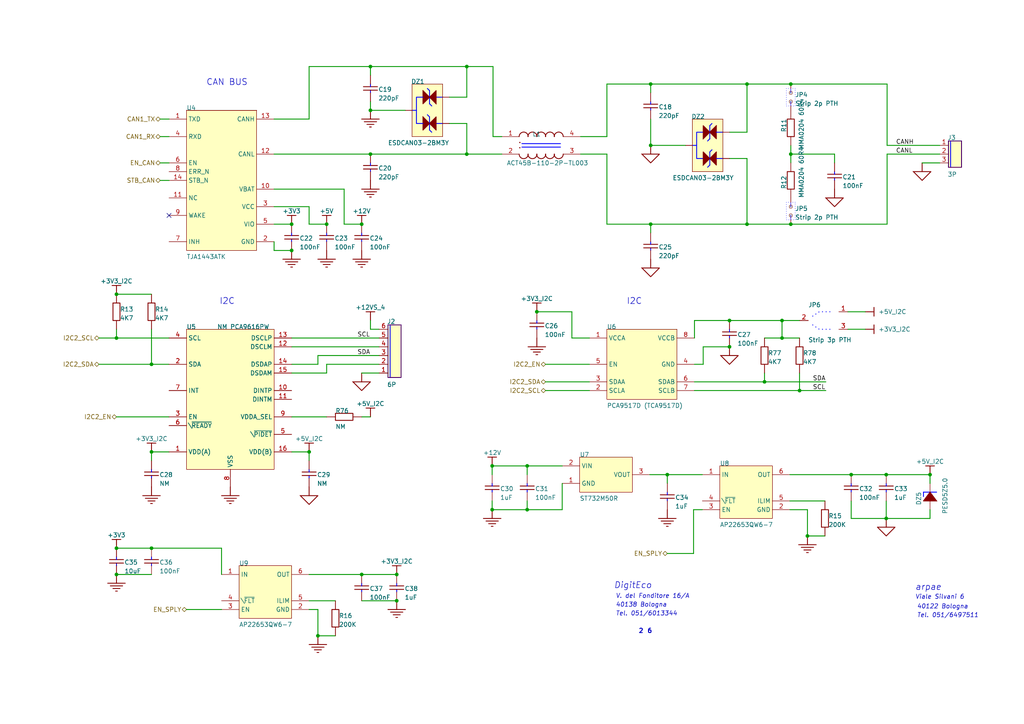
<source format=kicad_sch>
(kicad_sch (version 20230121) (generator eeschema)
  (paper "A4")
  (title_block (title "Stima V4-Slave") (rev "1.1"))
  (lib_symbols
    (symbol "Stima V4 Slave Rev1_1-altium-import:+12V" (power)
      (property "Reference" "#PWR" (at 0 0 0))
      (property "Value" "+12V" (at 0 3.81 0))
      (symbol "+12V_0_0"
        (pin power_in line (at 0 0 0) (length 0) hide (name "+12V") (number ""))
      )
    )
    (symbol "Stima V4 Slave Rev1_1-altium-import:+12VS_4" (power)
      (property "Reference" "#PWR" (at 0 0 0))
      (property "Value" "+12VS_4" (at 0 3.81 0))
      (symbol "+12VS_4_0_0"
        (pin power_in line (at 0 0 0) (length 0) hide (name "+12VS_4") (number ""))
      )
    )
    (symbol "Stima V4 Slave Rev1_1-altium-import:+3V3" (power)
      (property "Reference" "#PWR" (at 0 0 0))
      (property "Value" "+3V3" (at 0 3.81 0))
      (symbol "+3V3_0_0"
        (pin power_in line (at 0 0 0) (length 0) hide (name "+3V3") (number ""))
      )
    )
    (symbol "Stima V4 Slave Rev1_1-altium-import:+3V3_I2C" (power)
      (property "Reference" "#PWR" (at 0 0 0))
      (property "Value" "+3V3_I2C" (at 0 3.81 0))
      (symbol "+3V3_I2C_0_0"
        (pin power_in line (at 0 0 0) (length 0) hide (name "+3V3_I2C") (number ""))
      )
    )
    (symbol "Stima V4 Slave Rev1_1-altium-import:+5V" (power)
      (property "Reference" "#PWR" (at 0 0 0))
      (property "Value" "+5V" (at 0 3.81 0))
      (symbol "+5V_0_0"
        (pin power_in line (at 0 0 0) (length 0) hide (name "+5V") (number ""))
      )
    )
    (symbol "Stima V4 Slave Rev1_1-altium-import:+5V_I2C" (power)
      (property "Reference" "#PWR" (at 0 0 0))
      (property "Value" "+5V_I2C" (at 0 3.81 0))
      (symbol "+5V_I2C_0_0"
        (pin power_in line (at 0 0 0) (length 0) hide (name "+5V_I2C") (number ""))
      )
    )
    (symbol "Stima V4 Slave Rev1_1-altium-import:EGND" (power)
      (property "Reference" "#PWR" (at 0 0 0))
      (property "Value" "EGND" (at 0 6.35 0))
      (symbol "EGND_0_0"
        (pin power_in line (at 0 0 0) (length 0) hide (name "EGND") (number ""))
      )
    )
    (symbol "Stima V4 Slave Rev1_1-altium-import:GND" (power)
      (property "Reference" "#PWR" (at 0 0 0))
      (property "Value" "GND" (at 0 6.35 0))
      (symbol "GND_0_0"
        (pin power_in line (at 0 0 0) (length 0) hide (name "GND") (number ""))
      )
    )
    (symbol "Stima V4 Slave Rev1_1-altium-import:root_0_ACT45B TDK"
      (symbol "root_0_ACT45B TDK_1_0"
        (text "." (at 5.588 -3.81 900) (effects (font (size 2.032 2.032)) (justify left bottom)))
        (text "." (at 5.588 -2.286 900) (effects (font (size 2.032 2.032)) (justify left bottom)))
        (pin passive line (at 0 0 0) (length 5.08) (name "1") (number "1"))
        (pin passive line (at 0 -5.08 0) (length 5.08) (name "2") (number "2"))
        (pin passive line (at 22.86 -5.08 180) (length 5.08) (name "3") (number "3"))
        (pin passive line (at 22.86 0 180) (length 5.08) (name "4") (number "4"))
      )
    )
    (symbol "Stima V4 Slave Rev1_1-altium-import:root_0_AP22653Q"
      (symbol "root_0_AP22653Q_1_0"
        (pin passive line (at -5.08 -2.54 0) (length 5.08) (name "IN") (number "1"))
        (pin power_in line (at 20.32 -12.7 180) (length 5.08) (name "GND") (number "2"))
        (pin passive line (at -5.08 -12.7 0) (length 5.08) (name "EN") (number "3"))
        (pin passive line (at -5.08 -10.16 0) (length 5.08) (name "\\~{FLT}") (number "4"))
        (pin passive line (at 20.32 -10.16 180) (length 5.08) (name "ILIM") (number "5"))
        (pin passive line (at 20.32 -2.54 180) (length 5.08) (name "OUT") (number "6"))
      )
    )
    (symbol "Stima V4 Slave Rev1_1-altium-import:root_0_C0603"
      (symbol "root_0_C0603_1_0"
        (pin passive line (at 0 2.54 270) (length 2.54) (name "1") (number "1"))
        (pin passive line (at 0 -5.08 90) (length 2.54) (name "2") (number "2"))
      )
    )
    (symbol "Stima V4 Slave Rev1_1-altium-import:root_0_JUMP1"
      (symbol "root_0_JUMP1_1_0"
        (pin passive line (at 1.27 1.27 270) (length 1.27) (name "") (number "1"))
        (pin passive line (at 1.27 -6.35 90) (length 1.27) (name "") (number "2"))
      )
    )
    (symbol "Stima V4 Slave Rev1_1-altium-import:root_0_Mors 3p px"
      (symbol "root_0_Mors 3p px_1_0"
        (pin passive line (at -2.54 -1.27 0) (length 2.54) (name "1") (number "1"))
        (pin passive line (at -2.54 -3.81 0) (length 2.54) (name "2") (number "2"))
        (pin passive line (at -2.54 -6.35 0) (length 2.54) (name "3") (number "3"))
      )
    )
    (symbol "Stima V4 Slave Rev1_1-altium-import:root_0_PCA9517"
      (symbol "root_0_PCA9517_1_0"
        (pin power_in line (at -5.08 -2.54 0) (length 5.08) (name "VCCA") (number "1"))
        (pin passive line (at -5.08 -17.78 0) (length 5.08) (name "SCLA") (number "2"))
        (pin passive line (at -5.08 -15.24 0) (length 5.08) (name "SDAA") (number "3"))
        (pin power_in line (at 25.4 -10.16 180) (length 5.08) (name "GND") (number "4"))
        (pin passive line (at -5.08 -10.16 0) (length 5.08) (name "EN") (number "5"))
        (pin passive line (at 25.4 -15.24 180) (length 5.08) (name "SDAB") (number "6"))
        (pin passive line (at 25.4 -17.78 180) (length 5.08) (name "SCLB") (number "7"))
        (pin power_in line (at 25.4 -2.54 180) (length 5.08) (name "VCCB") (number "8"))
      )
    )
    (symbol "Stima V4 Slave Rev1_1-altium-import:root_0_PCA9616PW"
      (symbol "root_0_PCA9616PW_1_0"
        (pin power_in line (at -5.08 -35.56 0) (length 5.08) (name "VDD(A)") (number "1"))
        (pin passive line (at 30.48 -17.78 180) (length 5.08) (name "DINTP") (number "10"))
        (pin passive line (at 30.48 -20.32 180) (length 5.08) (name "DINTM") (number "11"))
        (pin passive line (at 30.48 -5.08 180) (length 5.08) (name "DSCLM") (number "12"))
        (pin passive line (at 30.48 -2.54 180) (length 5.08) (name "DSCLP") (number "13"))
        (pin passive line (at 30.48 -10.16 180) (length 5.08) (name "DSDAP") (number "14"))
        (pin passive line (at 30.48 -12.7 180) (length 5.08) (name "DSDAM") (number "15"))
        (pin power_in line (at 30.48 -35.56 180) (length 5.08) (name "VDD(B)") (number "16"))
        (pin passive line (at -5.08 -10.16 0) (length 5.08) (name "SDA") (number "2"))
        (pin input line (at -5.08 -25.4 0) (length 5.08) (name "EN") (number "3"))
        (pin passive line (at -5.08 -2.54 0) (length 5.08) (name "SCL") (number "4"))
        (pin passive line (at 30.48 -30.48 180) (length 5.08) (name "\\~{PIDET}") (number "5"))
        (pin passive line (at -5.08 -27.94 0) (length 5.08) (name "\\~{READY}") (number "6"))
        (pin passive line (at -5.08 -17.78 0) (length 5.08) (name "INT") (number "7"))
        (pin power_in line (at 12.7 -45.72 90) (length 5.08) (name "VSS") (number "8"))
        (pin passive line (at 30.48 -25.4 180) (length 5.08) (name "VDDA_SEL") (number "9"))
      )
    )
    (symbol "Stima V4 Slave Rev1_1-altium-import:root_0_ST732M"
      (symbol "root_0_ST732M_1_0"
        (pin power_in line (at -5.08 -7.62 0) (length 5.08) (name "GND") (number "1"))
        (pin passive line (at -5.08 -2.54 0) (length 5.08) (name "VIN") (number "2"))
        (pin passive line (at 20.32 -5.08 180) (length 5.08) (name "VOUT") (number "3"))
      )
    )
    (symbol "Stima V4 Slave Rev1_1-altium-import:root_0_TJA1443A"
      (symbol "root_0_TJA1443A_1_0"
        (pin passive line (at -5.08 -2.54 0) (length 5.08) (name "TXD") (number "1"))
        (pin power_in line (at 25.4 -22.86 180) (length 5.08) (name "VBAT") (number "10"))
        (pin passive line (at -5.08 -25.4 0) (length 5.08) (name "NC") (number "11"))
        (pin passive line (at 25.4 -12.7 180) (length 5.08) (name "CANL") (number "12"))
        (pin passive line (at 25.4 -2.54 180) (length 5.08) (name "CANH") (number "13"))
        (pin input line (at -5.08 -20.32 0) (length 5.08) (name "STB_N") (number "14"))
        (pin power_in line (at 25.4 -38.1 180) (length 5.08) (name "GND") (number "2"))
        (pin power_in line (at 25.4 -27.94 180) (length 5.08) (name "VCC") (number "3"))
        (pin passive line (at -5.08 -7.62 0) (length 5.08) (name "RXD") (number "4"))
        (pin power_in line (at 25.4 -33.02 180) (length 5.08) (name "VIO") (number "5"))
        (pin input line (at -5.08 -15.24 0) (length 5.08) (name "EN") (number "6"))
        (pin passive line (at -5.08 -38.1 0) (length 5.08) (name "INH") (number "7"))
        (pin output line (at -5.08 -17.78 0) (length 5.08) (name "ERR_N") (number "8"))
        (pin passive line (at -5.08 -30.48 0) (length 5.08) (name "WAKE") (number "9"))
      )
    )
    (symbol "Stima V4 Slave Rev1_1-altium-import:root_0_Transil SMD PESD5"
      (symbol "root_0_Transil SMD PESD5_1_0"
        (pin passive line (at 0 2.54 270) (length 2.54) (name "K") (number "1"))
        (pin passive line (at 0 -5.08 90) (length 2.54) (name "A") (number "2"))
      )
    )
    (symbol "Stima V4 Slave Rev1_1-altium-import:root_0_mirrored_JUMP3S"
      (symbol "root_0_mirrored_JUMP3S_1_0"
        (pin passive line (at 3.81 0 180) (length 2.54) (name "1") (number "1"))
        (pin passive line (at -10.16 -2.54 0) (length 2.54) (name "2") (number "2"))
        (pin passive line (at 3.81 -5.08 180) (length 2.54) (name "3") (number "3"))
      )
    )
    (symbol "Stima V4 Slave Rev1_1-altium-import:root_1_Res 0603"
      (symbol "root_1_Res 0603_1_0"
        (pin passive line (at 2.54 -2.54 90) (length 2.54) (name "1") (number "1"))
        (pin passive line (at 2.54 7.62 270) (length 2.54) (name "2") (number "2"))
      )
    )
    (symbol "Stima V4 Slave Rev1_1-altium-import:root_1_Res Melf"
      (symbol "root_1_Res Melf_1_0"
        (pin passive line (at 2.54 -2.54 90) (length 2.54) (name "1") (number "1"))
        (pin passive line (at 2.54 7.62 270) (length 2.54) (name "2") (number "2"))
      )
    )
    (symbol "Stima V4 Slave Rev1_1-altium-import:root_1_mirrored_Transil bidirez doppio ESDCAN"
      (symbol "root_1_mirrored_Transil bidirez doppio ESDCAN_1_0"
        (pin passive line (at 5.08 0 180) (length 1.905) (name "A/K") (number "1"))
        (pin passive line (at 5.08 7.62 180) (length 1.905) (name "A/K") (number "2"))
        (pin passive line (at -7.62 3.81 0) (length 1.905) (name "A/K") (number "3"))
      )
    )
    (symbol "Stima V4 Slave Rev1_1-altium-import:root_2_C0603"
      (symbol "root_2_C0603_1_0"
        (pin passive line (at 0 -2.54 90) (length 2.54) (name "1") (number "1"))
        (pin passive line (at 0 5.08 270) (length 2.54) (name "2") (number "2"))
      )
    )
    (symbol "Stima V4 Slave Rev1_1-altium-import:root_2_Res 0603"
      (symbol "root_2_Res 0603_1_0"
        (pin passive line (at 2.54 2.54 180) (length 2.54) (name "1") (number "1"))
        (pin passive line (at -7.62 2.54 0) (length 2.54) (name "2") (number "2"))
      )
    )
    (symbol "Stima V4 Slave Rev1_1-altium-import:root_2_mirrored_Mors 6p px"
      (symbol "root_2_mirrored_Mors 6p px_1_0"
        (pin passive line (at -2.54 1.27 0) (length 2.54) (name "1") (number "1"))
        (pin passive line (at -2.54 3.81 0) (length 2.54) (name "2") (number "2"))
        (pin passive line (at -2.54 6.35 0) (length 2.54) (name "3") (number "3"))
        (pin passive line (at -2.54 8.89 0) (length 2.54) (name "4") (number "4"))
        (pin passive line (at -2.54 11.43 0) (length 2.54) (name "5") (number "5"))
        (pin passive line (at -2.54 13.97 0) (length 2.54) (name "6") (number "6"))
      )
    )
    (symbol "Stima V4 Slave Rev1_1-altium-import:root_3_Res 0603"
      (symbol "root_3_Res 0603_1_0"
        (pin passive line (at -2.54 2.54 270) (length 2.54) (name "1") (number "1"))
        (pin passive line (at -2.54 -7.62 90) (length 2.54) (name "2") (number "2"))
      )
    )
    (symbol "Stima V4 Slave Rev1_1-altium-import:root_3_Transil bidirez doppio ESDCAN"
      (symbol "root_3_Transil bidirez doppio ESDCAN_1_0"
        (pin passive line (at 5.08 0 180) (length 1.905) (name "A/K") (number "1"))
        (pin passive line (at 5.08 -7.62 180) (length 1.905) (name "A/K") (number "2"))
        (pin passive line (at -7.62 -3.81 0) (length 1.905) (name "A/K") (number "3"))
      )
    )
  )
  (junction (at 226.822 92.964))
  (junction (at 43.942 159.004))
  (junction (at 231.902 113.284))
  (junction (at 84.582 65.024))
  (junction (at 246.888 137.668))
  (junction (at 216.662 24.384))
  (junction (at 104.902 166.624))
  (junction (at 216.662 65.024))
  (junction (at 89.662 131.064))
  (junction (at 193.548 137.668))
  (junction (at 84.582 72.644))
  (junction (at 152.908 147.828))
  (junction (at 33.782 159.004))
  (junction (at 92.202 184.404))
  (junction (at 155.702 90.424))
  (junction (at 94.742 65.024))
  (junction (at 33.782 166.624))
  (junction (at 211.582 92.964))
  (junction (at 135.382 19.304))
  (junction (at 104.902 65.024))
  (junction (at 188.722 24.384))
  (junction (at 142.748 135.128))
  (junction (at 33.782 85.344))
  (junction (at 229.362 65.024))
  (junction (at 107.442 19.304))
  (junction (at 135.382 44.704))
  (junction (at 142.748 147.828))
  (junction (at 211.582 100.584))
  (junction (at 226.822 98.044))
  (junction (at 229.362 24.384))
  (junction (at 188.722 42.164))
  (junction (at 43.942 105.664))
  (junction (at 234.188 155.448))
  (junction (at 107.442 32.004))
  (junction (at 188.722 65.024))
  (junction (at 221.742 110.744))
  (junction (at 115.062 174.244))
  (junction (at 257.048 150.368))
  (junction (at 43.942 131.064))
  (junction (at 257.048 137.668))
  (junction (at 152.908 135.128))
  (junction (at 115.062 166.624))
  (junction (at 107.442 44.704))
  (junction (at 33.782 98.044))
  (junction (at 269.748 137.668))
  (junction (at 229.362 44.704))
  (no_connect (at 49.022 62.484))
  (wire (pts (xy 229.362 24.384) (xy 257.302 24.384)) (stroke (width 0.254)))
  (wire (pts (xy 229.362 65.024) (xy 257.302 65.024)) (stroke (width 0.254)))
  (wire (pts (xy 135.382 28.194) (xy 135.382 19.304)) (stroke (width 0.254)))
  (wire (pts (xy 170.942 98.044) (xy 165.862 98.044)) (stroke (width 0.254)))
  (wire (pts (xy 226.822 92.964) (xy 231.902 92.964)) (stroke (width 0.254)))
  (wire (pts (xy 107.442 44.704) (xy 135.382 44.704)) (stroke (width 0.254)))
  (wire (pts (xy 92.202 176.784) (xy 89.662 176.784)) (stroke (width 0.254)))
  (wire (pts (xy 250.952 95.504) (xy 245.872 95.504)) (stroke (width 0.254)))
  (wire (pts (xy 84.582 120.904) (xy 94.742 120.904)) (stroke (width 0.254)))
  (wire (pts (xy 242.062 44.704) (xy 242.062 47.244)) (stroke (width 0.254)))
  (wire (pts (xy 79.502 70.104) (xy 79.502 72.644)) (stroke (width 0.254)))
  (wire (pts (xy 229.362 47.244) (xy 229.362 44.704)) (stroke (width 0.254)))
  (wire (pts (xy 43.942 159.004) (xy 64.262 159.004)) (stroke (width 0.254)))
  (wire (pts (xy 188.722 24.384) (xy 216.662 24.384)) (stroke (width 0.254)))
  (wire (pts (xy 143.002 39.624) (xy 145.542 39.624)) (stroke (width 0.254)))
  (wire (pts (xy 33.782 159.004) (xy 43.942 159.004)) (stroke (width 0.254)))
  (wire (pts (xy 246.888 137.668) (xy 257.048 137.668)) (stroke (width 0.254)))
  (wire (pts (xy 130.302 35.814) (xy 135.382 35.814)) (stroke (width 0.254)))
  (wire (pts (xy 246.888 150.368) (xy 257.048 150.368)) (stroke (width 0.254)))
  (wire (pts (xy 193.548 140.208) (xy 193.548 137.668)) (stroke (width 0.254)))
  (wire (pts (xy 269.748 137.668) (xy 257.048 137.668)) (stroke (width 0.254)))
  (wire (pts (xy 79.502 34.544) (xy 89.662 34.544)) (stroke (width 0.254)))
  (wire (pts (xy 231.902 108.204) (xy 231.902 113.284)) (stroke (width 0.254)))
  (wire (pts (xy 104.902 174.244) (xy 115.062 174.244)) (stroke (width 0.254)))
  (wire (pts (xy 216.662 24.384) (xy 229.362 24.384)) (stroke (width 0.254)))
  (wire (pts (xy 229.362 44.704) (xy 242.062 44.704)) (stroke (width 0.254)))
  (wire (pts (xy 188.722 42.164) (xy 188.722 34.544)) (stroke (width 0.254)))
  (wire (pts (xy 229.108 145.288) (xy 239.268 145.288)) (stroke (width 0.254)))
  (wire (pts (xy 193.548 160.528) (xy 201.168 160.528)) (stroke (width 0.254)))
  (wire (pts (xy 221.742 98.044) (xy 226.822 98.044)) (stroke (width 0.254)))
  (wire (pts (xy 239.268 155.448) (xy 234.188 155.448)) (stroke (width 0.254)))
  (wire (pts (xy 89.662 174.244) (xy 97.282 174.244)) (stroke (width 0.254)))
  (wire (pts (xy 176.022 65.024) (xy 188.722 65.024)) (stroke (width 0.254)))
  (wire (pts (xy 269.748 140.208) (xy 269.748 137.668)) (stroke (width 0.254)))
  (wire (pts (xy 176.022 39.624) (xy 176.022 24.384)) (stroke (width 0.254)))
  (wire (pts (xy 203.962 100.584) (xy 211.582 100.584)) (stroke (width 0.254)))
  (wire (pts (xy 28.702 98.044) (xy 33.782 98.044)) (stroke (width 0.254)))
  (wire (pts (xy 229.362 44.704) (xy 229.362 42.164)) (stroke (width 0.254)))
  (wire (pts (xy 152.908 135.128) (xy 142.748 135.128)) (stroke (width 0.254)))
  (wire (pts (xy 226.822 98.044) (xy 226.822 92.964)) (stroke (width 0.254)))
  (wire (pts (xy 143.002 19.304) (xy 143.002 39.624)) (stroke (width 0.254)))
  (wire (pts (xy 97.282 184.404) (xy 92.202 184.404)) (stroke (width 0.254)))
  (wire (pts (xy 79.502 54.864) (xy 99.822 54.864)) (stroke (width 0.254)))
  (wire (pts (xy 33.782 98.044) (xy 49.022 98.044)) (stroke (width 0.254)))
  (wire (pts (xy 107.442 92.964) (xy 107.442 95.504)) (stroke (width 0.254)))
  (wire (pts (xy 201.168 160.528) (xy 201.168 147.828)) (stroke (width 0.254)))
  (wire (pts (xy 201.168 147.828) (xy 203.708 147.828)) (stroke (width 0.254)))
  (wire (pts (xy 142.748 135.128) (xy 142.748 137.668)) (stroke (width 0.254)))
  (wire (pts (xy 216.662 45.974) (xy 216.662 65.024)) (stroke (width 0.254)))
  (wire (pts (xy 135.382 19.304) (xy 143.002 19.304)) (stroke (width 0.254)))
  (wire (pts (xy 168.402 44.704) (xy 176.022 44.704)) (stroke (width 0.254)))
  (wire (pts (xy 107.442 19.304) (xy 135.382 19.304)) (stroke (width 0.254)))
  (wire (pts (xy 226.822 98.044) (xy 231.902 98.044)) (stroke (width 0.254)))
  (wire (pts (xy 92.202 105.664) (xy 92.202 103.124)) (stroke (width 0.254)))
  (wire (pts (xy 250.952 90.424) (xy 245.872 90.424)) (stroke (width 0.254)))
  (wire (pts (xy 257.302 65.024) (xy 257.302 44.704)) (stroke (width 0.254)))
  (wire (pts (xy 216.662 38.354) (xy 216.662 24.384)) (stroke (width 0.254)))
  (wire (pts (xy 211.582 92.964) (xy 226.822 92.964)) (stroke (width 0.254)))
  (wire (pts (xy 158.242 113.284) (xy 170.942 113.284)) (stroke (width 0.254)))
  (wire (pts (xy 79.502 44.704) (xy 107.442 44.704)) (stroke (width 0.254)))
  (wire (pts (xy 221.742 110.744) (xy 239.522 110.744)) (stroke (width 0.254)))
  (wire (pts (xy 79.502 65.024) (xy 84.582 65.024)) (stroke (width 0.254)))
  (wire (pts (xy 43.942 95.504) (xy 43.942 105.664)) (stroke (width 0.254)))
  (wire (pts (xy 193.548 137.668) (xy 203.708 137.668)) (stroke (width 0.254)))
  (wire (pts (xy 43.942 133.604) (xy 43.942 131.064)) (stroke (width 0.254)))
  (wire (pts (xy 201.422 110.744) (xy 221.742 110.744)) (stroke (width 0.254)))
  (wire (pts (xy 234.188 147.828) (xy 229.108 147.828)) (stroke (width 0.254)))
  (wire (pts (xy 43.942 85.344) (xy 33.782 85.344)) (stroke (width 0.254)))
  (wire (pts (xy 107.442 19.304) (xy 107.442 21.844)) (stroke (width 0.254)))
  (wire (pts (xy 234.188 155.448) (xy 234.188 147.828)) (stroke (width 0.254)))
  (wire (pts (xy 89.662 59.944) (xy 89.662 65.024)) (stroke (width 0.254)))
  (wire (pts (xy 198.882 42.164) (xy 188.722 42.164)) (stroke (width 0.254)))
  (wire (pts (xy 33.782 166.624) (xy 43.942 166.624)) (stroke (width 0.254)))
  (wire (pts (xy 94.742 105.664) (xy 109.982 105.664)) (stroke (width 0.254)))
  (wire (pts (xy 216.662 65.024) (xy 229.362 65.024)) (stroke (width 0.254)))
  (wire (pts (xy 94.742 108.204) (xy 94.742 105.664)) (stroke (width 0.254)))
  (wire (pts (xy 33.782 120.904) (xy 49.022 120.904)) (stroke (width 0.254)))
  (wire (pts (xy 92.202 103.124) (xy 109.982 103.124)) (stroke (width 0.254)))
  (wire (pts (xy 46.482 52.324) (xy 49.022 52.324)) (stroke (width 0.254)))
  (wire (pts (xy 188.722 65.024) (xy 216.662 65.024)) (stroke (width 0.254)))
  (wire (pts (xy 188.722 67.564) (xy 188.722 65.024)) (stroke (width 0.254)))
  (wire (pts (xy 152.908 147.828) (xy 142.748 147.828)) (stroke (width 0.254)))
  (wire (pts (xy 163.068 140.208) (xy 163.068 147.828)) (stroke (width 0.254)))
  (wire (pts (xy 33.782 95.504) (xy 33.782 98.044)) (stroke (width 0.254)))
  (wire (pts (xy 257.302 44.704) (xy 272.542 44.704)) (stroke (width 0.254)))
  (wire (pts (xy 84.582 98.044) (xy 109.982 98.044)) (stroke (width 0.254)))
  (wire (pts (xy 269.748 147.828) (xy 269.748 150.368)) (stroke (width 0.254)))
  (wire (pts (xy 165.862 98.044) (xy 165.862 90.424)) (stroke (width 0.254)))
  (wire (pts (xy 79.502 72.644) (xy 84.582 72.644)) (stroke (width 0.254)))
  (wire (pts (xy 43.942 131.064) (xy 49.022 131.064)) (stroke (width 0.254)))
  (wire (pts (xy 89.662 34.544) (xy 89.662 19.304)) (stroke (width 0.254)))
  (wire (pts (xy 99.822 54.864) (xy 99.822 65.024)) (stroke (width 0.254)))
  (wire (pts (xy 221.742 108.204) (xy 221.742 110.744)) (stroke (width 0.254)))
  (wire (pts (xy 64.262 159.004) (xy 64.262 166.624)) (stroke (width 0.254)))
  (wire (pts (xy 135.382 35.814) (xy 135.382 44.704)) (stroke (width 0.254)))
  (wire (pts (xy 165.862 90.424) (xy 155.702 90.424)) (stroke (width 0.254)))
  (wire (pts (xy 79.502 59.944) (xy 89.662 59.944)) (stroke (width 0.254)))
  (wire (pts (xy 117.602 32.004) (xy 107.442 32.004)) (stroke (width 0.254)))
  (wire (pts (xy 170.942 105.664) (xy 158.242 105.664)) (stroke (width 0.254)))
  (wire (pts (xy 211.582 45.974) (xy 216.662 45.974)) (stroke (width 0.254)))
  (wire (pts (xy 89.662 131.064) (xy 89.662 133.604)) (stroke (width 0.254)))
  (wire (pts (xy 130.302 28.194) (xy 135.382 28.194)) (stroke (width 0.254)))
  (wire (pts (xy 54.102 176.784) (xy 64.262 176.784)) (stroke (width 0.254)))
  (wire (pts (xy 46.482 34.544) (xy 49.022 34.544)) (stroke (width 0.254)))
  (wire (pts (xy 188.468 137.668) (xy 193.548 137.668)) (stroke (width 0.254)))
  (wire (pts (xy 107.442 120.904) (xy 104.902 120.904)) (stroke (width 0.254)))
  (wire (pts (xy 176.022 44.704) (xy 176.022 65.024)) (stroke (width 0.254)))
  (wire (pts (xy 107.442 32.004) (xy 107.442 29.464)) (stroke (width 0.254)))
  (wire (pts (xy 84.582 100.584) (xy 109.982 100.584)) (stroke (width 0.254)))
  (wire (pts (xy 269.748 150.368) (xy 257.048 150.368)) (stroke (width 0.254)))
  (wire (pts (xy 104.902 108.204) (xy 109.982 108.204)) (stroke (width 0.254)))
  (wire (pts (xy 201.422 92.964) (xy 211.582 92.964)) (stroke (width 0.254)))
  (wire (pts (xy 229.108 137.668) (xy 246.888 137.668)) (stroke (width 0.254)))
  (wire (pts (xy 176.022 24.384) (xy 188.722 24.384)) (stroke (width 0.254)))
  (wire (pts (xy 163.068 147.828) (xy 152.908 147.828)) (stroke (width 0.254)))
  (wire (pts (xy 152.908 145.288) (xy 152.908 147.828)) (stroke (width 0.254)))
  (wire (pts (xy 168.402 39.624) (xy 176.022 39.624)) (stroke (width 0.254)))
  (wire (pts (xy 46.482 47.244) (xy 49.022 47.244)) (stroke (width 0.254)))
  (wire (pts (xy 89.662 65.024) (xy 94.742 65.024)) (stroke (width 0.254)))
  (wire (pts (xy 257.048 150.368) (xy 257.048 145.288)) (stroke (width 0.254)))
  (wire (pts (xy 257.302 42.164) (xy 272.542 42.164)) (stroke (width 0.254)))
  (wire (pts (xy 267.462 47.244) (xy 272.542 47.244)) (stroke (width 0.254)))
  (wire (pts (xy 246.888 145.288) (xy 246.888 150.368)) (stroke (width 0.254)))
  (wire (pts (xy 89.662 166.624) (xy 104.902 166.624)) (stroke (width 0.254)))
  (wire (pts (xy 84.582 105.664) (xy 92.202 105.664)) (stroke (width 0.254)))
  (wire (pts (xy 92.202 184.404) (xy 92.202 176.784)) (stroke (width 0.254)))
  (wire (pts (xy 84.582 131.064) (xy 89.662 131.064)) (stroke (width 0.254)))
  (wire (pts (xy 211.582 38.354) (xy 216.662 38.354)) (stroke (width 0.254)))
  (wire (pts (xy 107.442 95.504) (xy 109.982 95.504)) (stroke (width 0.254)))
  (wire (pts (xy 89.662 19.304) (xy 107.442 19.304)) (stroke (width 0.254)))
  (wire (pts (xy 163.068 135.128) (xy 152.908 135.128)) (stroke (width 0.254)))
  (wire (pts (xy 231.902 113.284) (xy 239.522 113.284)) (stroke (width 0.254)))
  (wire (pts (xy 152.908 137.668) (xy 152.908 135.128)) (stroke (width 0.254)))
  (wire (pts (xy 104.902 166.624) (xy 115.062 166.624)) (stroke (width 0.254)))
  (wire (pts (xy 43.942 105.664) (xy 49.022 105.664)) (stroke (width 0.254)))
  (wire (pts (xy 135.382 44.704) (xy 145.542 44.704)) (stroke (width 0.254)))
  (wire (pts (xy 28.702 105.664) (xy 43.942 105.664)) (stroke (width 0.254)))
  (wire (pts (xy 142.748 147.828) (xy 142.748 145.288)) (stroke (width 0.254)))
  (wire (pts (xy 257.302 24.384) (xy 257.302 42.164)) (stroke (width 0.254)))
  (wire (pts (xy 99.822 65.024) (xy 104.902 65.024)) (stroke (width 0.254)))
  (wire (pts (xy 158.242 110.744) (xy 170.942 110.744)) (stroke (width 0.254)))
  (wire (pts (xy 201.422 113.284) (xy 231.902 113.284)) (stroke (width 0.254)))
  (wire (pts (xy 46.482 39.624) (xy 49.022 39.624)) (stroke (width 0.254)))
  (wire (pts (xy 84.582 108.204) (xy 94.742 108.204)) (stroke (width 0.254)))
  (wire (pts (xy 201.422 105.664) (xy 203.962 105.664)) (stroke (width 0.254)))
  (wire (pts (xy 203.962 105.664) (xy 203.962 100.584)) (stroke (width 0.254)))
  (wire (pts (xy 201.422 98.044) (xy 201.422 92.964)) (stroke (width 0.254)))
  (wire (pts (xy 188.722 24.384) (xy 188.722 26.924)) (stroke (width 0.254)))
  (text "40138 Bologna" (at 178.562 176.276 0) (effects (font (size 1.27 1.27) italic) (justify left bottom)))
  (text "6" (at 189.23 183.896 0) (effects (font (size 1.27 1.27) bold) (justify right bottom)))
  (text "${#}" (at 185.166 183.896 0) (effects (font (size 1.27 1.27) bold) (justify left bottom)))
  (text "Tel. 051/6497511" (at 265.938 179.324 0) (effects (font (size 1.27 1.27) italic) (justify left bottom)))
  (text "CAN BUS" (at 59.817 25.019 0) (effects (font (size 1.778 1.778)) (justify left bottom)))
  (text "40122 Bologna" (at 265.938 176.784 0) (effects (font (size 1.27 1.27) italic) (justify left bottom)))
  (text "arpae" (at 265.43 171.45 0) (effects (font (size 1.778 1.778) italic) (justify left bottom)))
  (text "I2C" (at 63.627 88.519 0) (effects (font (size 1.778 1.778)) (justify left bottom)))
  (text "Tel. 051/6013344" (at 178.562 178.816 0) (effects (font (size 1.27 1.27) italic) (justify left bottom)))
  (text "DigitEco" (at 178.054 170.942 0) (effects (font (size 1.778 1.778) italic) (justify left bottom)))
  (text "Viale Silvani 6" (at 265.43 173.99 0) (effects (font (size 1.27 1.27) italic) (justify left bottom)))
  (text "I2C" (at 181.737 88.519 0) (effects (font (size 1.778 1.778)) (justify left bottom)))
  (text "V. del Fonditore 16/A" (at 178.562 173.736 0) (effects (font (size 1.27 1.27) italic) (justify left bottom)))
  (label "SDA" (at 235.712 110.744 180))
  (label "SDA" (at 103.632 103.124 180))
  (label "SCL" (at 235.712 113.284 180))
  (label "CANL" (at 259.842 44.704 180))
  (label "SCL" (at 103.632 98.044 180))
  (label "CANH" (at 259.842 42.164 180))
  (hierarchical_label "I2C2_SCL" (shape bidirectional) (at 28.702 98.044 180))
  (hierarchical_label "I2C2_SDA" (shape bidirectional) (at 28.702 105.664 180))
  (hierarchical_label "I2C2_EN" (shape bidirectional) (at 158.242 105.664 180))
  (hierarchical_label "STB_CAN" (shape bidirectional) (at 46.482 52.324 180))
  (hierarchical_label "EN_SPLY" (shape bidirectional) (at 193.548 160.528 180))
  (hierarchical_label "I2C2_SCL" (shape bidirectional) (at 158.242 113.284 180))
  (hierarchical_label "CAN1_RX" (shape bidirectional) (at 46.482 39.624 180))
  (hierarchical_label "I2C2_SDA" (shape bidirectional) (at 158.242 110.744 180))
  (hierarchical_label "CAN1_TX" (shape bidirectional) (at 46.482 34.544 180))
  (hierarchical_label "I2C2_EN" (shape bidirectional) (at 33.782 120.904 180))
  (hierarchical_label "EN_CAN" (shape bidirectional) (at 46.482 47.244 180))
  (hierarchical_label "EN_SPLY" (shape bidirectional) (at 54.102 176.784 180))
  (symbol (lib_id "Stima V4 Slave Rev1_1-altium-import:root_0_C0603") (at 193.548 142.748 0) (unit 1)
    (property "Reference" "C34" (at 195.834 145.034 0) (effects (justify left bottom)))
    (property "Value" "1uF" (at 195.834 147.574 0) (effects (justify left bottom)))
    (property "Footprint" "0603" (effects hide))
    (property "PACKAGE REFERENCE" "0603" (effects hide))
    (property "TYPE" "Multistrato X5R/X7R" (effects hide))
    (property "ALTIUM_VALUE" "1uF" (effects hide))
    (property "VOLTAGE" "20V" (effects hide))
  )
  (symbol (lib_id "Stima V4 Slave Rev1_1-altium-import:GND") (at 84.582 72.644 0) (unit 1)
    (property "Reference" "#PWR?" (effects hide))
    (property "Value" "GND" (effects hide))
  )
  (symbol (lib_id "Stima V4 Slave Rev1_1-altium-import:+3V3_I2C") (at 43.942 131.064 180) (unit 1)
    (property "Reference" "#PWR?" (effects hide))
    (property "Value" "+3V3_I2C" (at 43.942 127.254 0))
  )
  (symbol (lib_id "Stima V4 Slave Rev1_1-altium-import:root_0_C0603") (at 33.782 161.544 0) (unit 1)
    (property "Reference" "C35" (at 36.068 163.83 0) (effects (justify left bottom)))
    (property "Value" "10uF" (at 36.068 166.37 0) (effects (justify left bottom)))
    (property "Footprint" "0603" (effects hide))
    (property "PACKAGE REFERENCE" "0603" (effects hide))
    (property "TYPE" "Multistrato X5R/X7R" (effects hide))
    (property "ALTIUM_VALUE" "10uF" (effects hide))
    (property "VOLTAGE" "20V" (effects hide))
  )
  (symbol (lib_id "Stima V4 Slave Rev1_1-altium-import:root_2_C0603") (at 107.442 49.784 0) (unit 1)
    (property "Reference" "C20" (at 109.728 49.53 0) (effects (justify left bottom)))
    (property "Value" "220pF" (at 109.728 52.07 0) (effects (justify left bottom)))
    (property "Footprint" "0603" (effects hide))
    (property "PACKAGE REFERENCE" "0603" (effects hide))
    (property "TYPE" "Multistrato X5R/X7R" (effects hide))
    (property "ALTIUM_VALUE" "220pF" (effects hide))
    (property "VOLTAGE" "50V" (effects hide))
  )
  (symbol (lib_id "Stima V4 Slave Rev1_1-altium-import:+3V3") (at 84.582 65.024 180) (unit 1)
    (property "Reference" "#PWR?" (effects hide))
    (property "Value" "+3V3" (at 84.582 61.214 0))
  )
  (symbol (lib_id "Stima V4 Slave Rev1_1-altium-import:root_0_Transil SMD PESD5") (at 269.748 142.748 0) (unit 1)
    (property "Reference" "DZ5" (at 267.208 146.558 90) (effects (justify left bottom)))
    (property "Value" "PESD5Z5.0" (at 274.828 149.098 90) (effects (justify left bottom)))
    (property "Footprint" "SOD 523(SC-79)" (effects hide))
    (property "PACKAGE REFERENCE" "SOD523" (effects hide))
  )
  (symbol (lib_id "Stima V4 Slave Rev1_1-altium-import:root_2_C0603") (at 188.722 72.644 0) (unit 1)
    (property "Reference" "C25" (at 191.008 72.39 0) (effects (justify left bottom)))
    (property "Value" "220pF" (at 191.008 74.93 0) (effects (justify left bottom)))
    (property "Footprint" "0603" (effects hide))
    (property "PACKAGE REFERENCE" "0603" (effects hide))
    (property "TYPE" "Multistrato X5R/X7R" (effects hide))
    (property "ALTIUM_VALUE" "220pF" (effects hide))
    (property "VOLTAGE" "50V" (effects hide))
  )
  (symbol (lib_id "Stima V4 Slave Rev1_1-altium-import:root_1_Res 0603") (at 31.242 92.964 0) (unit 1)
    (property "Reference" "R13" (at 34.798 90.424 0) (effects (justify left bottom)))
    (property "Value" "4K7" (at 34.798 92.964 0) (effects (justify left bottom)))
    (property "Footprint" "0603" (effects hide))
    (property "ALTIUM_VALUE" "4K7" (effects hide))
    (property "PRECISION" "1%" (effects hide))
    (property "PACKAGE REFERENCE" "0603" (effects hide))
    (property "POWER" "1/10W" (effects hide))
  )
  (symbol (lib_id "Stima V4 Slave Rev1_1-altium-import:root_0_AP22653Q") (at 69.342 164.084 0) (unit 1)
    (property "Reference" "U9" (at 69.342 164.084 0) (effects (justify left bottom)))
    (property "Value" "AP22653QW6-7" (at 69.342 181.864 0) (effects (justify left bottom)))
    (property "Footprint" "SOT26" (effects hide))
    (property "PACKAGE REFERENCE" "SOT26" (effects hide))
  )
  (symbol (lib_id "Stima V4 Slave Rev1_1-altium-import:root_0_C0603") (at 84.582 67.564 0) (unit 1)
    (property "Reference" "C22" (at 86.868 69.85 0) (effects (justify left bottom)))
    (property "Value" "100nF" (at 86.868 72.39 0) (effects (justify left bottom)))
    (property "Footprint" "0603" (effects hide))
    (property "PACKAGE REFERENCE" "0603" (effects hide))
    (property "TYPE" "Multistrato X5R/X7R" (effects hide))
    (property "ALTIUM_VALUE" "100nF" (effects hide))
    (property "VOLTAGE" "50V" (effects hide))
  )
  (symbol (lib_id "Stima V4 Slave Rev1_1-altium-import:GND") (at 92.202 184.404 0) (unit 1)
    (property "Reference" "#PWR?" (effects hide))
    (property "Value" "GND" (effects hide))
  )
  (symbol (lib_id "Stima V4 Slave Rev1_1-altium-import:GND") (at 155.702 98.044 0) (unit 1)
    (property "Reference" "#PWR?" (effects hide))
    (property "Value" "GND" (effects hide))
  )
  (symbol (lib_id "Stima V4 Slave Rev1_1-altium-import:root_0_C0603") (at 43.942 136.144 0) (unit 1)
    (property "Reference" "C28" (at 46.228 138.43 0) (effects (justify left bottom)))
    (property "Value" "NM" (at 46.228 140.97 0) (effects (justify left bottom)))
    (property "Footprint" "0603" (effects hide))
    (property "PACKAGE REFERENCE" "0603" (effects hide))
    (property "TYPE" "Multistrato X5R/X7R" (effects hide))
    (property "ALTIUM_VALUE" "100nF" (effects hide))
    (property "VOLTAGE" "50V" (effects hide))
  )
  (symbol (lib_id "Stima V4 Slave Rev1_1-altium-import:root_1_Res 0603") (at 229.362 105.664 0) (unit 1)
    (property "Reference" "R78" (at 232.918 103.124 0) (effects (justify left bottom)))
    (property "Value" "4K7" (at 232.918 105.664 0) (effects (justify left bottom)))
    (property "Footprint" "0603" (effects hide))
    (property "ALTIUM_VALUE" "4K7" (effects hide))
    (property "PRECISION" "1%" (effects hide))
    (property "PACKAGE REFERENCE" "0603" (effects hide))
    (property "POWER" "1/10W" (effects hide))
  )
  (symbol (lib_id "Stima V4 Slave Rev1_1-altium-import:root_0_PCA9616PW") (at 54.102 95.504 0) (unit 1)
    (property "Reference" "U5" (at 54.102 95.504 0) (effects (justify left bottom)))
    (property "Value" "NM PCA9616PW" (at 62.992 95.504 0) (effects (justify left bottom)))
    (property "Footprint" "TSSOP16" (effects hide))
    (property "PACKAGE REFERENCE" "TSSOP16" (effects hide))
  )
  (symbol (lib_id "Stima V4 Slave Rev1_1-altium-import:root_0_C0603") (at 43.942 161.544 0) (unit 1)
    (property "Reference" "C36" (at 46.228 163.83 0) (effects (justify left bottom)))
    (property "Value" "100nF" (at 46.228 166.37 0) (effects (justify left bottom)))
    (property "Footprint" "0603" (effects hide))
    (property "PACKAGE REFERENCE" "0603" (effects hide))
    (property "TYPE" "Multistrato X5R/X7R" (effects hide))
    (property "ALTIUM_VALUE" "100nF" (effects hide))
    (property "VOLTAGE" "50V" (effects hide))
  )
  (symbol (lib_id "Stima V4 Slave Rev1_1-altium-import:root_0_mirrored_JUMP3S") (at 242.062 90.424 0) (unit 1)
    (property "Reference" "JP6" (at 234.429 89.154 0) (effects (justify left bottom)))
    (property "Value" "Strip 3p PTH" (at 234.429 99.314 0) (effects (justify left bottom)))
    (property "Footprint" "STRIP3PP254" (effects hide))
    (property "PACKAGE REFERENCE" "PTH" (effects hide))
  )
  (symbol (lib_id "Stima V4 Slave Rev1_1-altium-import:+12V") (at 104.902 65.024 180) (unit 1)
    (property "Reference" "#PWR?" (effects hide))
    (property "Value" "+12V" (at 104.902 61.214 0))
  )
  (symbol (lib_id "Stima V4 Slave Rev1_1-altium-import:root_2_Res 0603") (at 102.362 123.444 0) (unit 1)
    (property "Reference" "R76" (at 97.282 119.888 0) (effects (justify left bottom)))
    (property "Value" "NM" (at 97.282 124.46 0) (effects (justify left bottom)))
    (property "Footprint" "0603" (effects hide))
    (property "ALTIUM_VALUE" "10K" (effects hide))
    (property "PRECISION" "1%" (effects hide))
    (property "PACKAGE REFERENCE" "0603" (effects hide))
    (property "POWER" "1/10W" (effects hide))
  )
  (symbol (lib_id "Stima V4 Slave Rev1_1-altium-import:EGND") (at 242.062 54.864 0) (unit 1)
    (property "Reference" "#PWR?" (effects hide))
    (property "Value" "EGND" (effects hide))
  )
  (symbol (lib_id "Stima V4 Slave Rev1_1-altium-import:EGND") (at 104.902 108.204 0) (unit 1)
    (property "Reference" "#PWR?" (effects hide))
    (property "Value" "EGND" (effects hide))
  )
  (symbol (lib_id "Stima V4 Slave Rev1_1-altium-import:root_0_C0603") (at 89.662 136.144 0) (unit 1)
    (property "Reference" "C29" (at 91.948 138.43 0) (effects (justify left bottom)))
    (property "Value" "NM" (at 91.948 140.97 0) (effects (justify left bottom)))
    (property "Footprint" "0603" (effects hide))
    (property "PACKAGE REFERENCE" "0603" (effects hide))
    (property "TYPE" "Multistrato X5R/X7R" (effects hide))
    (property "ALTIUM_VALUE" "100nF" (effects hide))
    (property "VOLTAGE" "50V" (effects hide))
  )
  (symbol (lib_id "Stima V4 Slave Rev1_1-altium-import:root_0_ST732M") (at 168.148 132.588 0) (unit 1)
    (property "Reference" "U7" (at 168.148 132.588 0) (effects (justify left bottom)))
    (property "Value" "ST732M50R" (at 168.148 145.288 0) (effects (justify left bottom)))
    (property "Footprint" "SOT23_5" (effects hide))
    (property "PACKAGE REFERENCE" "SOT23-5" (effects hide))
  )
  (symbol (lib_id "Stima V4 Slave Rev1_1-altium-import:root_2_C0603") (at 104.902 70.104 0) (unit 1)
    (property "Reference" "C24" (at 107.188 69.85 0) (effects (justify left bottom)))
    (property "Value" "100nF" (at 107.188 72.39 0) (effects (justify left bottom)))
    (property "Footprint" "0603" (effects hide))
    (property "PACKAGE REFERENCE" "0603" (effects hide))
    (property "TYPE" "Multistrato X5R/X7R" (effects hide))
    (property "ALTIUM_VALUE" "100nF" (effects hide))
    (property "VOLTAGE" "50V" (effects hide))
  )
  (symbol (lib_id "Stima V4 Slave Rev1_1-altium-import:+3V3_I2C") (at 155.702 90.424 180) (unit 1)
    (property "Reference" "#PWR?" (effects hide))
    (property "Value" "+3V3_I2C" (at 155.702 86.614 0))
  )
  (symbol (lib_id "Stima V4 Slave Rev1_1-altium-import:+3V3_I2C") (at 250.952 95.504 90) (unit 1)
    (property "Reference" "#PWR?" (effects hide))
    (property "Value" "+3V3_I2C" (at 254.762 95.504 90) (effects (justify right)))
  )
  (symbol (lib_id "Stima V4 Slave Rev1_1-altium-import:+5V_I2C") (at 89.662 131.064 180) (unit 1)
    (property "Reference" "#PWR?" (effects hide))
    (property "Value" "+5V_I2C" (at 89.662 127.254 0))
  )
  (symbol (lib_id "Stima V4 Slave Rev1_1-altium-import:root_0_TJA1443A") (at 54.102 32.004 0) (unit 1)
    (property "Reference" "U4" (at 54.102 32.004 0) (effects (justify left bottom)))
    (property "Value" "TJA1443ATK" (at 54.102 75.184 0) (effects (justify left bottom)))
    (property "Footprint" "HVSON14" (effects hide))
    (property "PACKAGE REFERENCE" "HVSON14" (effects hide))
    (property "PACKAGE" "AT=SO14" (effects hide))
  )
  (symbol (lib_id "Stima V4 Slave Rev1_1-altium-import:GND") (at 104.902 72.644 0) (unit 1)
    (property "Reference" "#PWR?" (effects hide))
    (property "Value" "GND" (effects hide))
  )
  (symbol (lib_id "Stima V4 Slave Rev1_1-altium-import:root_0_JUMP1") (at 228.092 25.654 0) (unit 1)
    (property "Reference" "JP4" (at 230.632 28.194 0) (effects (justify left bottom)))
    (property "Value" "Strip 2p PTH" (at 230.632 30.734 0) (effects (justify left bottom)))
    (property "Footprint" "STRIP2P" (effects hide))
    (property "PACKAGE REFERENCE" "PTH" (effects hide))
  )
  (symbol (lib_id "Stima V4 Slave Rev1_1-altium-import:EGND") (at 89.662 141.224 0) (unit 1)
    (property "Reference" "#PWR?" (effects hide))
    (property "Value" "EGND" (effects hide))
  )
  (symbol (lib_id "Stima V4 Slave Rev1_1-altium-import:GND") (at 193.548 147.828 0) (unit 1)
    (property "Reference" "#PWR?" (effects hide))
    (property "Value" "GND" (effects hide))
  )
  (symbol (lib_id "Stima V4 Slave Rev1_1-altium-import:root_3_Res 0603") (at 99.822 176.784 0) (unit 1)
    (property "Reference" "R16" (at 98.298 179.324 0) (effects (justify left bottom)))
    (property "Value" "200K" (at 98.298 181.864 0) (effects (justify left bottom)))
    (property "Footprint" "0603" (effects hide))
    (property "ALTIUM_VALUE" "200K" (effects hide))
    (property "PRECISION" "1%" (effects hide))
    (property "PACKAGE REFERENCE" "0603" (effects hide))
    (property "POWER" "1/10W" (effects hide))
  )
  (symbol (lib_id "Stima V4 Slave Rev1_1-altium-import:GND") (at 94.742 72.644 0) (unit 1)
    (property "Reference" "#PWR?" (effects hide))
    (property "Value" "GND" (effects hide))
  )
  (symbol (lib_id "Stima V4 Slave Rev1_1-altium-import:GND") (at 43.942 141.224 0) (unit 1)
    (property "Reference" "#PWR?" (effects hide))
    (property "Value" "GND" (effects hide))
  )
  (symbol (lib_id "Stima V4 Slave Rev1_1-altium-import:root_0_C0603") (at 152.908 140.208 0) (unit 1)
    (property "Reference" "C31" (at 155.194 142.494 0) (effects (justify left bottom)))
    (property "Value" "100nF" (at 155.194 145.034 0) (effects (justify left bottom)))
    (property "Footprint" "0603" (effects hide))
    (property "PACKAGE REFERENCE" "0603" (effects hide))
    (property "TYPE" "Multistrato X5R/X7R" (effects hide))
    (property "ALTIUM_VALUE" "100nF" (effects hide))
    (property "VOLTAGE" "50V" (effects hide))
  )
  (symbol (lib_id "Stima V4 Slave Rev1_1-altium-import:root_0_C0603") (at 155.702 92.964 0) (unit 1)
    (property "Reference" "C26" (at 157.988 95.25 0) (effects (justify left bottom)))
    (property "Value" "100nF" (at 157.988 97.79 0) (effects (justify left bottom)))
    (property "Footprint" "0603" (effects hide))
    (property "PACKAGE REFERENCE" "0603" (effects hide))
    (property "TYPE" "Multistrato X5R/X7R" (effects hide))
    (property "ALTIUM_VALUE" "100nF" (effects hide))
    (property "VOLTAGE" "50V" (effects hide))
  )
  (symbol (lib_id "Stima V4 Slave Rev1_1-altium-import:+3V3_I2C") (at 115.062 166.624 180) (unit 1)
    (property "Reference" "#PWR?" (effects hide))
    (property "Value" "+3V3_I2C" (at 115.062 162.814 0))
  )
  (symbol (lib_id "Stima V4 Slave Rev1_1-altium-import:GND") (at 107.442 32.004 0) (unit 1)
    (property "Reference" "#PWR?" (effects hide))
    (property "Value" "GND" (effects hide))
  )
  (symbol (lib_id "Stima V4 Slave Rev1_1-altium-import:root_0_JUMP1") (at 228.092 58.674 0) (unit 1)
    (property "Reference" "JP5" (at 230.632 61.214 0) (effects (justify left bottom)))
    (property "Value" "Strip 2p PTH" (at 230.632 63.754 0) (effects (justify left bottom)))
    (property "Footprint" "STRIP2P" (effects hide))
    (property "PACKAGE REFERENCE" "PTH" (effects hide))
  )
  (symbol (lib_id "Stima V4 Slave Rev1_1-altium-import:+3V3_I2C") (at 33.782 85.344 180) (unit 1)
    (property "Reference" "#PWR?" (effects hide))
    (property "Value" "+3V3_I2C" (at 33.782 81.534 0))
  )
  (symbol (lib_id "Stima V4 Slave Rev1_1-altium-import:root_3_Res 0603") (at 241.808 147.828 0) (unit 1)
    (property "Reference" "R15" (at 240.284 150.368 0) (effects (justify left bottom)))
    (property "Value" "200K" (at 240.284 152.908 0) (effects (justify left bottom)))
    (property "Footprint" "0603" (effects hide))
    (property "ALTIUM_VALUE" "200K" (effects hide))
    (property "PRECISION" "1%" (effects hide))
    (property "PACKAGE REFERENCE" "0603" (effects hide))
    (property "POWER" "1/10W" (effects hide))
  )
  (symbol (lib_id "Stima V4 Slave Rev1_1-altium-import:root_1_Res 0603") (at 219.202 105.664 0) (unit 1)
    (property "Reference" "R77" (at 222.758 103.124 0) (effects (justify left bottom)))
    (property "Value" "4K7" (at 222.758 105.664 0) (effects (justify left bottom)))
    (property "Footprint" "0603" (effects hide))
    (property "ALTIUM_VALUE" "4K7" (effects hide))
    (property "PRECISION" "1%" (effects hide))
    (property "PACKAGE REFERENCE" "0603" (effects hide))
    (property "POWER" "1/10W" (effects hide))
  )
  (symbol (lib_id "Stima V4 Slave Rev1_1-altium-import:GND") (at 66.802 141.224 0) (unit 1)
    (property "Reference" "#PWR?" (effects hide))
    (property "Value" "GND" (effects hide))
  )
  (symbol (lib_id "Stima V4 Slave Rev1_1-altium-import:root_3_Transil bidirez doppio ESDCAN") (at 206.502 38.354 0) (unit 1)
    (property "Reference" "DZ2" (at 200.533 34.544 0) (effects (justify left bottom)))
    (property "Value" "ESDCAN03-2BM3Y" (at 195.072 52.324 0) (effects (justify left bottom)))
    (property "Footprint" "QFN-3L-DFN1110" (effects hide))
    (property "PACKAGE REFERENCE" "QFN-3L also called DFN1110" (effects hide))
  )
  (symbol (lib_id "Stima V4 Slave Rev1_1-altium-import:root_2_C0603") (at 107.442 26.924 0) (unit 1)
    (property "Reference" "C19" (at 109.728 26.67 0) (effects (justify left bottom)))
    (property "Value" "220pF" (at 109.728 29.21 0) (effects (justify left bottom)))
    (property "Footprint" "0603" (effects hide))
    (property "PACKAGE REFERENCE" "0603" (effects hide))
    (property "TYPE" "Multistrato X5R/X7R" (effects hide))
    (property "ALTIUM_VALUE" "220pF" (effects hide))
    (property "VOLTAGE" "50V" (effects hide))
  )
  (symbol (lib_id "Stima V4 Slave Rev1_1-altium-import:root_0_C0603") (at 257.048 140.208 0) (unit 1)
    (property "Reference" "C33" (at 259.334 142.494 0) (effects (justify left bottom)))
    (property "Value" "1uF" (at 259.334 145.034 0) (effects (justify left bottom)))
    (property "Footprint" "0603" (effects hide))
    (property "PACKAGE REFERENCE" "0603" (effects hide))
    (property "TYPE" "Multistrato X5R/X7R" (effects hide))
    (property "ALTIUM_VALUE" "1uF" (effects hide))
    (property "VOLTAGE" "20V" (effects hide))
  )
  (symbol (lib_id "Stima V4 Slave Rev1_1-altium-import:EGND") (at 188.722 42.164 0) (unit 1)
    (property "Reference" "#PWR?" (effects hide))
    (property "Value" "EGND" (effects hide))
  )
  (symbol (lib_id "Stima V4 Slave Rev1_1-altium-import:root_0_C0603") (at 94.742 67.564 0) (unit 1)
    (property "Reference" "C23" (at 97.028 69.85 0) (effects (justify left bottom)))
    (property "Value" "100nF" (at 97.028 72.39 0) (effects (justify left bottom)))
    (property "Footprint" "0603" (effects hide))
    (property "PACKAGE REFERENCE" "0603" (effects hide))
    (property "TYPE" "Multistrato X5R/X7R" (effects hide))
    (property "ALTIUM_VALUE" "100nF" (effects hide))
    (property "VOLTAGE" "50V" (effects hide))
  )
  (symbol (lib_id "Stima V4 Slave Rev1_1-altium-import:EGND") (at 211.582 100.584 0) (unit 1)
    (property "Reference" "#PWR?" (effects hide))
    (property "Value" "EGND" (effects hide))
  )
  (symbol (lib_id "Stima V4 Slave Rev1_1-altium-import:+12VS_4") (at 107.442 92.964 180) (unit 1)
    (property "Reference" "#PWR?" (effects hide))
    (property "Value" "+12VS_4" (at 107.442 89.154 0))
  )
  (symbol (lib_id "Stima V4 Slave Rev1_1-altium-import:+5V") (at 94.742 65.024 180) (unit 1)
    (property "Reference" "#PWR?" (effects hide))
    (property "Value" "+5V" (at 94.742 61.214 0))
  )
  (symbol (lib_id "Stima V4 Slave Rev1_1-altium-import:GND") (at 115.062 174.244 0) (unit 1)
    (property "Reference" "#PWR?" (effects hide))
    (property "Value" "GND" (effects hide))
  )
  (symbol (lib_id "Stima V4 Slave Rev1_1-altium-import:root_1_Res Melf") (at 226.822 39.624 0) (unit 1)
    (property "Reference" "R11" (at 228.092 38.354 90) (effects (justify left bottom)))
    (property "Value" "MMA0204 60R4" (at 233.172 43.434 90) (effects (justify left bottom)))
    (property "Footprint" "MELFRESMMA0204" (effects hide))
    (property "ALTIUM_VALUE" "60R4" (effects hide))
    (property "PRECISION" "1%" (effects hide))
    (property "PACKAGE REFERENCE" "MELF" (effects hide))
    (property "POWER" "0.4W" (effects hide))
  )
  (symbol (lib_id "Stima V4 Slave Rev1_1-altium-import:root_0_PCA9517") (at 176.022 95.504 0) (unit 1)
    (property "Reference" "U6" (at 176.022 95.504 0) (effects (justify left bottom)))
    (property "Value" "PCA9517D (TCA9517D)" (at 176.022 118.364 0) (effects (justify left bottom)))
    (property "Footprint" "SO8" (effects hide))
    (property "PACKAGE REFERENCE" "SO8" (effects hide))
  )
  (symbol (lib_id "Stima V4 Slave Rev1_1-altium-import:root_0_Mors 3p px") (at 275.082 40.894 0) (unit 1)
    (property "Reference" "J3" (at 274.828 40.64 0) (effects (justify left bottom)))
    (property "Value" "3P" (at 274.828 51.308 0) (effects (justify left bottom)))
    (property "Footprint" "CONN_3P-P381" (effects hide))
    (property "PACKAGE REFERENCE" "PTH" (effects hide))
    (property "TYPE" "Sauro" (effects hide))
  )
  (symbol (lib_id "Stima V4 Slave Rev1_1-altium-import:root_0_C0603") (at 142.748 140.208 0) (unit 1)
    (property "Reference" "C30" (at 145.034 142.494 0) (effects (justify left bottom)))
    (property "Value" "1uF" (at 145.034 145.034 0) (effects (justify left bottom)))
    (property "Footprint" "0603" (effects hide))
    (property "PACKAGE REFERENCE" "0603" (effects hide))
    (property "TYPE" "Multistrato X5R/X7R" (effects hide))
    (property "ALTIUM_VALUE" "1uF" (effects hide))
    (property "VOLTAGE" "20V" (effects hide))
  )
  (symbol (lib_id "Stima V4 Slave Rev1_1-altium-import:+5V_I2C") (at 107.442 120.904 180) (unit 1)
    (property "Reference" "#PWR?" (effects hide))
    (property "Value" "+5V_I2C" (at 107.442 117.094 0))
  )
  (symbol (lib_id "Stima V4 Slave Rev1_1-altium-import:GND") (at 107.442 52.324 0) (unit 1)
    (property "Reference" "#PWR?" (effects hide))
    (property "Value" "GND" (effects hide))
  )
  (symbol (lib_id "Stima V4 Slave Rev1_1-altium-import:root_1_Res 0603") (at 41.402 92.964 0) (unit 1)
    (property "Reference" "R14" (at 44.958 90.424 0) (effects (justify left bottom)))
    (property "Value" "4K7" (at 44.958 92.964 0) (effects (justify left bottom)))
    (property "Footprint" "0603" (effects hide))
    (property "ALTIUM_VALUE" "4K7" (effects hide))
    (property "PRECISION" "1%" (effects hide))
    (property "PACKAGE REFERENCE" "0603" (effects hide))
    (property "POWER" "1/10W" (effects hide))
  )
  (symbol (lib_id "Stima V4 Slave Rev1_1-altium-import:root_2_mirrored_Mors 6p px") (at 112.522 109.474 0) (unit 1)
    (property "Reference" "J2" (at 112.268 93.98 0) (effects (justify left bottom)))
    (property "Value" "6P" (at 112.268 112.268 0) (effects (justify left bottom)))
    (property "Footprint" "CONN_6P-P381" (effects hide))
    (property "PACKAGE REFERENCE" "PTH" (effects hide))
    (property "TYPE" "Sauro" (effects hide))
  )
  (symbol (lib_id "Stima V4 Slave Rev1_1-altium-import:EGND") (at 188.722 75.184 0) (unit 1)
    (property "Reference" "#PWR?" (effects hide))
    (property "Value" "EGND" (effects hide))
  )
  (symbol (lib_id "Stima V4 Slave Rev1_1-altium-import:root_2_C0603") (at 242.062 52.324 0) (unit 1)
    (property "Reference" "C21" (at 244.348 52.07 0) (effects (justify left bottom)))
    (property "Value" "100nF" (at 244.348 54.61 0) (effects (justify left bottom)))
    (property "Footprint" "0603" (effects hide))
    (property "PACKAGE REFERENCE" "0603" (effects hide))
    (property "TYPE" "Multistrato X5R/X7R" (effects hide))
    (property "ALTIUM_VALUE" "100nF" (effects hide))
    (property "VOLTAGE" "50V" (effects hide))
  )
  (symbol (lib_id "Stima V4 Slave Rev1_1-altium-import:root_1_mirrored_Transil bidirez doppio ESDCAN") (at 125.222 35.814 0) (unit 1)
    (property "Reference" "DZ1" (at 119.253 24.384 0) (effects (justify left bottom)))
    (property "Value" "ESDCAN03-2BM3Y" (at 112.522 42.164 0) (effects (justify left bottom)))
    (property "Footprint" "QFN-3L-DFN1110" (effects hide))
    (property "PACKAGE REFERENCE" "QFN-3L also called DFN1110" (effects hide))
  )
  (symbol (lib_id "Stima V4 Slave Rev1_1-altium-import:EGND") (at 267.462 47.244 0) (unit 1)
    (property "Reference" "#PWR?" (effects hide))
    (property "Value" "EGND" (effects hide))
  )
  (symbol (lib_id "Stima V4 Slave Rev1_1-altium-import:root_0_C0603") (at 246.888 140.208 0) (unit 1)
    (property "Reference" "C32" (at 249.174 142.494 0) (effects (justify left bottom)))
    (property "Value" "100nF" (at 249.174 145.034 0) (effects (justify left bottom)))
    (property "Footprint" "0603" (effects hide))
    (property "PACKAGE REFERENCE" "0603" (effects hide))
    (property "TYPE" "Multistrato X5R/X7R" (effects hide))
    (property "ALTIUM_VALUE" "100nF" (effects hide))
    (property "VOLTAGE" "50V" (effects hide))
  )
  (symbol (lib_id "Stima V4 Slave Rev1_1-altium-import:+5V_I2C") (at 250.952 90.424 90) (unit 1)
    (property "Reference" "#PWR?" (effects hide))
    (property "Value" "+5V_I2C" (at 254.762 90.424 90) (effects (justify right)))
  )
  (symbol (lib_id "Stima V4 Slave Rev1_1-altium-import:root_1_Res Melf") (at 226.822 54.864 0) (unit 1)
    (property "Reference" "R12" (at 228.092 54.864 90) (effects (justify left bottom)))
    (property "Value" "MMA0204 60R4" (at 233.172 57.404 90) (effects (justify left bottom)))
    (property "Footprint" "MELFRESMMA0204" (effects hide))
    (property "ALTIUM_VALUE" "60R4" (effects hide))
    (property "PRECISION" "1%" (effects hide))
    (property "PACKAGE REFERENCE" "MELF" (effects hide))
    (property "POWER" "0.4W" (effects hide))
  )
  (symbol (lib_id "Stima V4 Slave Rev1_1-altium-import:root_0_C0603") (at 115.062 169.164 0) (unit 1)
    (property "Reference" "C38" (at 117.348 171.45 0) (effects (justify left bottom)))
    (property "Value" "1uF" (at 117.348 173.99 0) (effects (justify left bottom)))
    (property "Footprint" "0603" (effects hide))
    (property "PACKAGE REFERENCE" "0603" (effects hide))
    (property "TYPE" "Multistrato X5R/X7R" (effects hide))
    (property "ALTIUM_VALUE" "1uF" (effects hide))
    (property "VOLTAGE" "20V" (effects hide))
  )
  (symbol (lib_id "Stima V4 Slave Rev1_1-altium-import:+12V") (at 142.748 135.128 180) (unit 1)
    (property "Reference" "#PWR?" (effects hide))
    (property "Value" "+12V" (at 142.748 131.318 0))
  )
  (symbol (lib_id "Stima V4 Slave Rev1_1-altium-import:GND") (at 142.748 147.828 0) (unit 1)
    (property "Reference" "#PWR?" (effects hide))
    (property "Value" "GND" (effects hide))
  )
  (symbol (lib_id "Stima V4 Slave Rev1_1-altium-import:GND") (at 33.782 166.624 0) (unit 1)
    (property "Reference" "#PWR?" (effects hide))
    (property "Value" "GND" (effects hide))
  )
  (symbol (lib_id "Stima V4 Slave Rev1_1-altium-import:GND") (at 234.188 155.448 0) (unit 1)
    (property "Reference" "#PWR?" (effects hide))
    (property "Value" "GND" (effects hide))
  )
  (symbol (lib_id "Stima V4 Slave Rev1_1-altium-import:EGND") (at 257.048 150.368 0) (unit 1)
    (property "Reference" "#PWR?" (effects hide))
    (property "Value" "EGND" (effects hide))
  )
  (symbol (lib_id "Stima V4 Slave Rev1_1-altium-import:root_2_C0603") (at 188.722 32.004 0) (unit 1)
    (property "Reference" "C18" (at 191.008 31.75 0) (effects (justify left bottom)))
    (property "Value" "220pF" (at 191.008 34.29 0) (effects (justify left bottom)))
    (property "Footprint" "0603" (effects hide))
    (property "PACKAGE REFERENCE" "0603" (effects hide))
    (property "TYPE" "Multistrato X5R/X7R" (effects hide))
    (property "ALTIUM_VALUE" "220pF" (effects hide))
    (property "VOLTAGE" "50V" (effects hide))
  )
  (symbol (lib_id "Stima V4 Slave Rev1_1-altium-import:+5V_I2C") (at 269.748 137.668 180) (unit 1)
    (property "Reference" "#PWR?" (effects hide))
    (property "Value" "+5V_I2C" (at 269.748 133.858 0))
  )
  (symbol (lib_id "Stima V4 Slave Rev1_1-altium-import:root_0_AP22653Q") (at 208.788 135.128 0) (unit 1)
    (property "Reference" "U8" (at 208.788 135.128 0) (effects (justify left bottom)))
    (property "Value" "AP22653QW6-7" (at 208.788 152.908 0) (effects (justify left bottom)))
    (property "Footprint" "SOT26" (effects hide))
    (property "PACKAGE REFERENCE" "SOT26" (effects hide))
  )
  (symbol (lib_id "Stima V4 Slave Rev1_1-altium-import:root_0_ACT45B TDK") (at 145.542 39.624 0) (unit 1)
    (property "Reference" "L1" (at 154.432 39.624 0) (effects (justify left bottom)))
    (property "Value" "ACT45B-110-2P-TL003" (at 146.947 48.006 0) (effects (justify left bottom)))
    (property "Footprint" "ACT45B TDK-MIO" (effects hide))
    (property "PACKAGE REFERENCE" "SMD" (effects hide))
  )
  (symbol (lib_id "Stima V4 Slave Rev1_1-altium-import:+3V3") (at 33.782 159.004 180) (unit 1)
    (property "Reference" "#PWR?" (effects hide))
    (property "Value" "+3V3" (at 33.782 155.194 0))
  )
  (symbol (lib_id "Stima V4 Slave Rev1_1-altium-import:root_0_C0603") (at 104.902 169.164 0) (unit 1)
    (property "Reference" "C37" (at 107.188 171.45 0) (effects (justify left bottom)))
    (property "Value" "100nF" (at 107.188 173.99 0) (effects (justify left bottom)))
    (property "Footprint" "0603" (effects hide))
    (property "PACKAGE REFERENCE" "0603" (effects hide))
    (property "TYPE" "Multistrato X5R/X7R" (effects hide))
    (property "ALTIUM_VALUE" "100nF" (effects hide))
    (property "VOLTAGE" "50V" (effects hide))
  )
  (symbol (lib_id "Stima V4 Slave Rev1_1-altium-import:root_0_C0603") (at 211.582 95.504 0) (unit 1)
    (property "Reference" "C27" (at 213.868 97.79 0) (effects (justify left bottom)))
    (property "Value" "100nF" (at 213.868 100.33 0) (effects (justify left bottom)))
    (property "Footprint" "0603" (effects hide))
    (property "PACKAGE REFERENCE" "0603" (effects hide))
    (property "TYPE" "Multistrato X5R/X7R" (effects hide))
    (property "ALTIUM_VALUE" "100nF" (effects hide))
    (property "VOLTAGE" "50V" (effects hide))
  )
)
</source>
